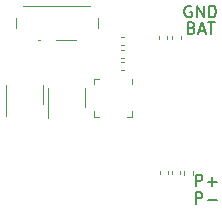
<source format=gbr>
%TF.GenerationSoftware,KiCad,Pcbnew,(6.0.9)*%
%TF.CreationDate,2023-01-31T14:43:12+01:00*%
%TF.ProjectId,keyring_beerclock,6b657972-696e-4675-9f62-656572636c6f,rev?*%
%TF.SameCoordinates,Original*%
%TF.FileFunction,Legend,Top*%
%TF.FilePolarity,Positive*%
%FSLAX46Y46*%
G04 Gerber Fmt 4.6, Leading zero omitted, Abs format (unit mm)*
G04 Created by KiCad (PCBNEW (6.0.9)) date 2023-01-31 14:43:12*
%MOMM*%
%LPD*%
G01*
G04 APERTURE LIST*
%ADD10C,0.150000*%
%ADD11C,0.120000*%
G04 APERTURE END LIST*
D10*
X156319047Y-119652380D02*
X156319047Y-118652380D01*
X156700000Y-118652380D01*
X156795238Y-118700000D01*
X156842857Y-118747619D01*
X156890476Y-118842857D01*
X156890476Y-118985714D01*
X156842857Y-119080952D01*
X156795238Y-119128571D01*
X156700000Y-119176190D01*
X156319047Y-119176190D01*
X157319047Y-119271428D02*
X158080952Y-119271428D01*
X156319047Y-118152380D02*
X156319047Y-117152380D01*
X156700000Y-117152380D01*
X156795238Y-117200000D01*
X156842857Y-117247619D01*
X156890476Y-117342857D01*
X156890476Y-117485714D01*
X156842857Y-117580952D01*
X156795238Y-117628571D01*
X156700000Y-117676190D01*
X156319047Y-117676190D01*
X157319047Y-117771428D02*
X158080952Y-117771428D01*
X157700000Y-118152380D02*
X157700000Y-117390476D01*
X155961904Y-104728571D02*
X156104761Y-104776190D01*
X156152380Y-104823809D01*
X156200000Y-104919047D01*
X156200000Y-105061904D01*
X156152380Y-105157142D01*
X156104761Y-105204761D01*
X156009523Y-105252380D01*
X155628571Y-105252380D01*
X155628571Y-104252380D01*
X155961904Y-104252380D01*
X156057142Y-104300000D01*
X156104761Y-104347619D01*
X156152380Y-104442857D01*
X156152380Y-104538095D01*
X156104761Y-104633333D01*
X156057142Y-104680952D01*
X155961904Y-104728571D01*
X155628571Y-104728571D01*
X156580952Y-104966666D02*
X157057142Y-104966666D01*
X156485714Y-105252380D02*
X156819047Y-104252380D01*
X157152380Y-105252380D01*
X157342857Y-104252380D02*
X157914285Y-104252380D01*
X157628571Y-105252380D02*
X157628571Y-104252380D01*
X155938095Y-102900000D02*
X155842857Y-102852380D01*
X155700000Y-102852380D01*
X155557142Y-102900000D01*
X155461904Y-102995238D01*
X155414285Y-103090476D01*
X155366666Y-103280952D01*
X155366666Y-103423809D01*
X155414285Y-103614285D01*
X155461904Y-103709523D01*
X155557142Y-103804761D01*
X155700000Y-103852380D01*
X155795238Y-103852380D01*
X155938095Y-103804761D01*
X155985714Y-103757142D01*
X155985714Y-103423809D01*
X155795238Y-103423809D01*
X156414285Y-103852380D02*
X156414285Y-102852380D01*
X156985714Y-103852380D01*
X156985714Y-102852380D01*
X157461904Y-103852380D02*
X157461904Y-102852380D01*
X157700000Y-102852380D01*
X157842857Y-102900000D01*
X157938095Y-102995238D01*
X157985714Y-103090476D01*
X158033333Y-103280952D01*
X158033333Y-103423809D01*
X157985714Y-103614285D01*
X157938095Y-103709523D01*
X157842857Y-103804761D01*
X157700000Y-103852380D01*
X157461904Y-103852380D01*
D11*
%TO.C,SW1*%
X146160000Y-105760000D02*
X144460000Y-105760000D01*
X148010000Y-104710000D02*
X148010000Y-103920000D01*
X147410000Y-102910000D02*
X141710000Y-102910000D01*
X143160000Y-105760000D02*
X142960000Y-105760000D01*
X141110000Y-103920000D02*
X141110000Y-104710000D01*
%TO.C,U4*%
X147698476Y-109480000D02*
X147698476Y-109030000D01*
X147698476Y-112250000D02*
X148148476Y-112250000D01*
X150918476Y-111800000D02*
X150918476Y-112250000D01*
X147698476Y-111800000D02*
X147698476Y-112250000D01*
X150918476Y-109480000D02*
X150918476Y-109030000D01*
X147698476Y-109030000D02*
X148148476Y-109030000D01*
X150918476Y-112250000D02*
X150468476Y-112250000D01*
%TO.C,U3*%
X146920000Y-110590000D02*
X146920000Y-111390000D01*
X143800000Y-110590000D02*
X143800000Y-112390000D01*
X143800000Y-110590000D02*
X143800000Y-109790000D01*
X146920000Y-110590000D02*
X146920000Y-109790000D01*
%TO.C,U2*%
X143380000Y-110390000D02*
X143380000Y-111190000D01*
X140260000Y-110390000D02*
X140260000Y-112190000D01*
X140260000Y-110390000D02*
X140260000Y-109590000D01*
X143380000Y-110390000D02*
X143380000Y-109590000D01*
%TO.C,R2*%
X156100000Y-116832379D02*
X156100000Y-117167621D01*
X155340000Y-116832379D02*
X155340000Y-117167621D01*
%TO.C,C12*%
X150034165Y-108310000D02*
X150265835Y-108310000D01*
X150034165Y-107590000D02*
X150265835Y-107590000D01*
%TO.C,C11*%
X150024165Y-107310000D02*
X150255835Y-107310000D01*
X150024165Y-106590000D02*
X150255835Y-106590000D01*
%TO.C,C9*%
X150265835Y-106220000D02*
X150034165Y-106220000D01*
X150265835Y-105500000D02*
X150034165Y-105500000D01*
%TO.C,C6*%
X155030000Y-116864165D02*
X155030000Y-117095835D01*
X154310000Y-116864165D02*
X154310000Y-117095835D01*
%TO.C,C5*%
X154010000Y-116864165D02*
X154010000Y-117095835D01*
X153290000Y-116864165D02*
X153290000Y-117095835D01*
%TO.C,C2*%
X153180000Y-105665835D02*
X153180000Y-105434165D01*
X153900000Y-105665835D02*
X153900000Y-105434165D01*
%TO.C,C1*%
X154340000Y-105665835D02*
X154340000Y-105434165D01*
X155060000Y-105665835D02*
X155060000Y-105434165D01*
%TD*%
M02*

</source>
